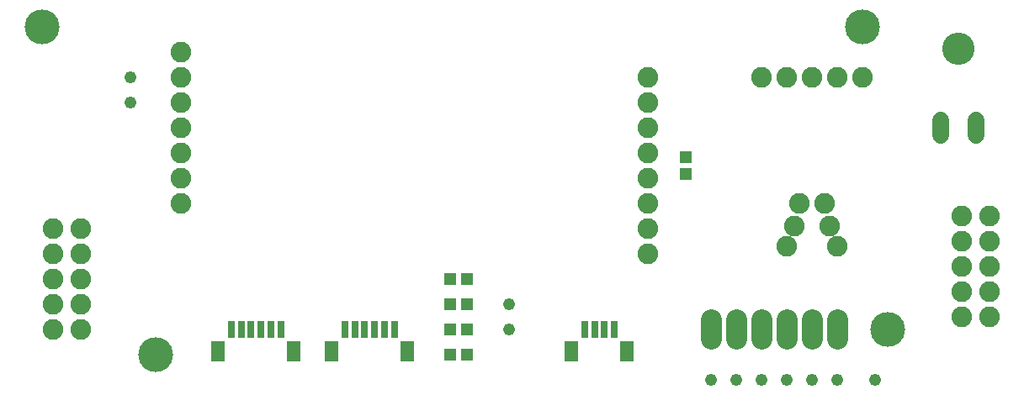
<source format=gts>
G75*
%MOIN*%
%OFA0B0*%
%FSLAX25Y25*%
%IPPOS*%
%LPD*%
%AMOC8*
5,1,8,0,0,1.08239X$1,22.5*
%
%ADD10C,0.08200*%
%ADD11R,0.05524X0.07887*%
%ADD12R,0.03162X0.06902*%
%ADD13R,0.05131X0.04737*%
%ADD14C,0.06824*%
%ADD15C,0.12808*%
%ADD16C,0.08200*%
%ADD17R,0.04737X0.05131*%
%ADD18C,0.13800*%
%ADD19C,0.04800*%
D10*
X0281000Y0027300D02*
X0281000Y0034700D01*
X0291000Y0034700D02*
X0291000Y0027300D01*
X0301000Y0027300D02*
X0301000Y0034700D01*
X0311000Y0034700D02*
X0311000Y0027300D01*
X0321000Y0027300D02*
X0321000Y0034700D01*
X0331000Y0034700D02*
X0331000Y0027300D01*
D11*
X0247803Y0022240D03*
X0225882Y0022240D03*
X0160803Y0022240D03*
X0130882Y0022240D03*
X0115803Y0022240D03*
X0085882Y0022240D03*
D12*
X0091000Y0031000D03*
X0094937Y0031000D03*
X0098874Y0031000D03*
X0102811Y0031000D03*
X0106748Y0031000D03*
X0110685Y0031000D03*
X0136000Y0031000D03*
X0139937Y0031000D03*
X0143874Y0031000D03*
X0147811Y0031000D03*
X0151748Y0031000D03*
X0155685Y0031000D03*
X0231000Y0031000D03*
X0234937Y0031000D03*
X0238874Y0031000D03*
X0242811Y0031000D03*
D13*
X0184346Y0031000D03*
X0177654Y0031000D03*
X0177654Y0021000D03*
X0184346Y0021000D03*
X0184346Y0041000D03*
X0177654Y0041000D03*
X0177654Y0051000D03*
X0184346Y0051000D03*
D14*
X0372220Y0107988D02*
X0372220Y0114012D01*
X0386000Y0114012D02*
X0386000Y0107988D01*
D15*
X0379110Y0142142D03*
D16*
X0341000Y0131000D03*
X0331000Y0131000D03*
X0321000Y0131000D03*
X0311000Y0131000D03*
X0301000Y0131000D03*
X0256000Y0131000D03*
X0256000Y0121000D03*
X0256000Y0111000D03*
X0256000Y0101000D03*
X0256000Y0091000D03*
X0256000Y0081000D03*
X0256000Y0071000D03*
X0256000Y0061000D03*
X0311000Y0064000D03*
X0314000Y0072000D03*
X0328000Y0072000D03*
X0331000Y0064000D03*
X0326000Y0081000D03*
X0316000Y0081000D03*
X0380500Y0076000D03*
X0391500Y0076000D03*
X0391500Y0066000D03*
X0380500Y0066000D03*
X0380500Y0056000D03*
X0391500Y0056000D03*
X0391500Y0046000D03*
X0380500Y0046000D03*
X0380500Y0036000D03*
X0391500Y0036000D03*
X0071000Y0081000D03*
X0071000Y0091000D03*
X0071000Y0101000D03*
X0071000Y0111000D03*
X0071000Y0121000D03*
X0071000Y0131000D03*
X0071000Y0141000D03*
X0031500Y0071000D03*
X0020500Y0071000D03*
X0020500Y0061000D03*
X0031500Y0061000D03*
X0031500Y0051000D03*
X0020500Y0051000D03*
X0020500Y0041000D03*
X0031500Y0041000D03*
X0031500Y0031000D03*
X0020500Y0031000D03*
D17*
X0271000Y0092654D03*
X0271000Y0099346D03*
D18*
X0061000Y0021000D03*
X0351000Y0031000D03*
X0341000Y0151000D03*
X0016000Y0151000D03*
D19*
X0051000Y0131000D03*
X0051000Y0121000D03*
X0201000Y0041000D03*
X0201000Y0031000D03*
X0281000Y0011000D03*
X0291000Y0011000D03*
X0301000Y0011000D03*
X0311000Y0011000D03*
X0321000Y0011000D03*
X0331000Y0011000D03*
X0346000Y0011000D03*
M02*

</source>
